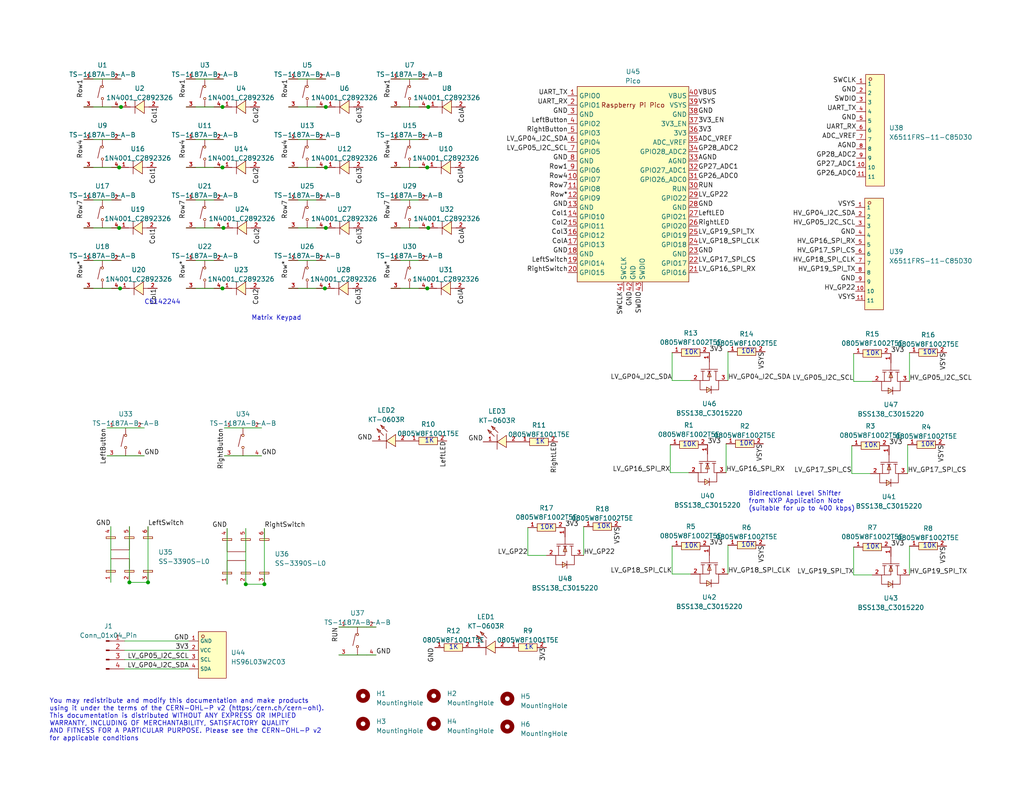
<source format=kicad_sch>
(kicad_sch (version 20230121) (generator eeschema)
  (paper "USLetter")
  (title_block (title "Cow Pi") (date "2023-09-29") (rev "mk4b") (comment 1 "This source describes Open Hardware and is licensed under the CERN-OHLP v2.") (comment 2 "Copyright (c) 2023 Christopher A. Bohn") (comment 3 "Display Module: I2C-controlled pre-packaged SSD13xx 128x64 OLED graphic display") (comment 4 "Microcontroller: Raspberry Pi Pico -- ADC/SWD/UART at 3.3V; other pins boosted to 5V"))
  (lib_symbols
    (symbol "0805W8F1001T5E:0805W8F1001T5E" (pin_names hide)
      (property "Reference" "R" (at 0 1.27 0))
      (property "Value" "0805W8F1001T5E" (at 0 -2.54 0))
      (symbol "0805W8F1001T5E_0_1"
        (pin input line (at -5.08 0 0) (length 2.54) (name "1") (number "1"))
        (pin input line (at 5.08 0 180) (length 2.54) (name "2") (number "2"))
      )
    )
    (symbol "0805W8F1002T5E:0805W8F1002T5E" (pin_names hide)
      (property "Reference" "R" (at 0 1.27 0))
      (property "Value" "0805W8F1002T5E" (at 0 -2.54 0))
      (symbol "0805W8F1002T5E_0_1"
        (pin input line (at -5.08 0 0) (length 2.54) (name "1") (number "1"))
        (pin input line (at 5.08 0 180) (length 2.54) (name "2") (number "2"))
      )
    )
    (symbol "1N4001_C2892326:1N4001_C2892326" (pin_names hide)
      (property "Reference" "U" (at 0 1.27 0))
      (property "Value" "1N4001_C2892326" (at 0 -2.54 0))
      (symbol "1N4001_C2892326_0_1"
        (pin unspecified line (at -5.08 0 0) (length 2.54) (name "K") (number "1"))
        (pin unspecified line (at 5.08 0 180) (length 2.54) (name "A") (number "2"))
      )
    )
    (symbol "BSS138_C3015220:BSS138_C3015220" (pin_names hide)
      (property "Reference" "U" (at 0 1.27 0))
      (property "Value" "BSS138_C3015220" (at 0 -2.54 0))
      (symbol "BSS138_C3015220_0_1"
        (pin unspecified line (at -7.62 0 0) (length 2.54) (name "G") (number "1"))
        (pin unspecified line (at 0 -5.08 90) (length 2.54) (name "S") (number "2"))
        (pin unspecified line (at 0 5.08 270) (length 2.54) (name "D") (number "3"))
      )
    )
    (symbol "Connector:Conn_01x04_Pin" (pin_names (offset 1.016) hide)
      (property "Reference" "J" (at 0 5.08 0))
      (property "Value" "Conn_01x04_Pin" (at 0 -7.62 0))
      (symbol "Conn_01x04_Pin_1_1"
        (pin passive line (at 5.08 2.54 180) (length 3.81) (name "Pin_1") (number "1"))
        (pin passive line (at 5.08 0 180) (length 3.81) (name "Pin_2") (number "2"))
        (pin passive line (at 5.08 -2.54 180) (length 3.81) (name "Pin_3") (number "3"))
        (pin passive line (at 5.08 -5.08 180) (length 3.81) (name "Pin_4") (number "4"))
      )
    )
    (symbol "HS96L03W2C03:HS96L03W2C03"
      (property "Reference" "U" (at 0 1.27 0))
      (property "Value" "HS96L03W2C03" (at 0 -2.54 0))
      (symbol "HS96L03W2C03_0_1"
        (pin unspecified line (at -6.35 3.81 0) (length 2.54) (name "GND") (number "1"))
        (pin unspecified line (at -6.35 1.27 0) (length 2.54) (name "VCC") (number "2"))
        (pin unspecified line (at -6.35 -1.27 0) (length 2.54) (name "SCL") (number "3"))
        (pin unspecified line (at -6.35 -3.81 0) (length 2.54) (name "SDA") (number "4"))
      )
    )
    (symbol "KT-0603R:KT-0603R" (pin_names hide)
      (property "Reference" "LED" (at 0 1.27 0))
      (property "Value" "KT-0603R" (at 0 -2.54 0))
      (symbol "KT-0603R_0_1"
        (pin unspecified line (at -5.08 0 0) (length 3.81) (name "K") (number "1"))
        (pin unspecified line (at 5.08 0 180) (length 3.81) (name "A") (number "2"))
      )
    )
    (symbol "MCU_RaspberryPi_and_Boards:Pico"
      (property "Reference" "U" (at -13.97 27.94 0))
      (property "Value" "Pico" (at 0 19.05 0))
      (symbol "Pico_0_0"
        (text "Raspberry Pi Pico" (at 0 21.59 0) (effects (font (size 1.27 1.27))))
      )
      (symbol "Pico_1_1"
        (pin bidirectional line (at -17.78 24.13 0) (length 2.54) (name "GPIO0") (number "1"))
        (pin bidirectional line (at -17.78 1.27 0) (length 2.54) (name "GPIO7") (number "10"))
        (pin bidirectional line (at -17.78 -1.27 0) (length 2.54) (name "GPIO8") (number "11"))
        (pin bidirectional line (at -17.78 -3.81 0) (length 2.54) (name "GPIO9") (number "12"))
        (pin power_in line (at -17.78 -6.35 0) (length 2.54) (name "GND") (number "13"))
        (pin bidirectional line (at -17.78 -8.89 0) (length 2.54) (name "GPIO10") (number "14"))
        (pin bidirectional line (at -17.78 -11.43 0) (length 2.54) (name "GPIO11") (number "15"))
        (pin bidirectional line (at -17.78 -13.97 0) (length 2.54) (name "GPIO12") (number "16"))
        (pin bidirectional line (at -17.78 -16.51 0) (length 2.54) (name "GPIO13") (number "17"))
        (pin power_in line (at -17.78 -19.05 0) (length 2.54) (name "GND") (number "18"))
        (pin bidirectional line (at -17.78 -21.59 0) (length 2.54) (name "GPIO14") (number "19"))
        (pin bidirectional line (at -17.78 21.59 0) (length 2.54) (name "GPIO1") (number "2"))
        (pin bidirectional line (at -17.78 -24.13 0) (length 2.54) (name "GPIO15") (number "20"))
        (pin bidirectional line (at 17.78 -24.13 180) (length 2.54) (name "GPIO16") (number "21"))
        (pin bidirectional line (at 17.78 -21.59 180) (length 2.54) (name "GPIO17") (number "22"))
        (pin power_in line (at 17.78 -19.05 180) (length 2.54) (name "GND") (number "23"))
        (pin bidirectional line (at 17.78 -16.51 180) (length 2.54) (name "GPIO18") (number "24"))
        (pin bidirectional line (at 17.78 -13.97 180) (length 2.54) (name "GPIO19") (number "25"))
        (pin bidirectional line (at 17.78 -11.43 180) (length 2.54) (name "GPIO20") (number "26"))
        (pin bidirectional line (at 17.78 -8.89 180) (length 2.54) (name "GPIO21") (number "27"))
        (pin power_in line (at 17.78 -6.35 180) (length 2.54) (name "GND") (number "28"))
        (pin bidirectional line (at 17.78 -3.81 180) (length 2.54) (name "GPIO22") (number "29"))
        (pin power_in line (at -17.78 19.05 0) (length 2.54) (name "GND") (number "3"))
        (pin input line (at 17.78 -1.27 180) (length 2.54) (name "RUN") (number "30"))
        (pin bidirectional line (at 17.78 1.27 180) (length 2.54) (name "GPIO26_ADC0") (number "31"))
        (pin bidirectional line (at 17.78 3.81 180) (length 2.54) (name "GPIO27_ADC1") (number "32"))
        (pin power_in line (at 17.78 6.35 180) (length 2.54) (name "AGND") (number "33"))
        (pin bidirectional line (at 17.78 8.89 180) (length 2.54) (name "GPIO28_ADC2") (number "34"))
        (pin power_in line (at 17.78 11.43 180) (length 2.54) (name "ADC_VREF") (number "35"))
        (pin power_in line (at 17.78 13.97 180) (length 2.54) (name "3V3") (number "36"))
        (pin input line (at 17.78 16.51 180) (length 2.54) (name "3V3_EN") (number "37"))
        (pin bidirectional line (at 17.78 19.05 180) (length 2.54) (name "GND") (number "38"))
        (pin power_in line (at 17.78 21.59 180) (length 2.54) (name "VSYS") (number "39"))
        (pin bidirectional line (at -17.78 16.51 0) (length 2.54) (name "GPIO2") (number "4"))
        (pin power_in line (at 17.78 24.13 180) (length 2.54) (name "VBUS") (number "40"))
        (pin input line (at -2.54 -29.21 90) (length 2.54) (name "SWCLK") (number "41"))
        (pin power_in line (at 0 -29.21 90) (length 2.54) (name "GND") (number "42"))
        (pin bidirectional line (at 2.54 -29.21 90) (length 2.54) (name "SWDIO") (number "43"))
        (pin bidirectional line (at -17.78 13.97 0) (length 2.54) (name "GPIO3") (number "5"))
        (pin bidirectional line (at -17.78 11.43 0) (length 2.54) (name "GPIO4") (number "6"))
        (pin bidirectional line (at -17.78 8.89 0) (length 2.54) (name "GPIO5") (number "7"))
        (pin power_in line (at -17.78 6.35 0) (length 2.54) (name "GND") (number "8"))
        (pin bidirectional line (at -17.78 3.81 0) (length 2.54) (name "GPIO6") (number "9"))
      )
    )
    (symbol "Mechanical:MountingHole" (pin_names (offset 1.016))
      (property "Reference" "H" (at 0 5.08 0))
      (property "Value" "MountingHole" (at 0 3.175 0))
    )
    (symbol "SS-3390S-L0:SS-3390S-L0" (pin_names hide)
      (property "Reference" "U" (at 0 1.27 0))
      (property "Value" "SS-3390S-L0" (at 0 -2.54 0))
      (symbol "SS-3390S-L0_0_1"
        (pin unspecified line (at -5.08 -7.62 90) (length 2.54) (name "1") (number "1"))
        (pin unspecified line (at 0 -7.62 90) (length 2.54) (name "2") (number "2"))
        (pin unspecified line (at 5.08 -7.62 90) (length 2.54) (name "3") (number "3"))
        (pin unspecified line (at -5.08 7.62 270) (length 2.54) (name "4") (number "4"))
        (pin unspecified line (at 0 7.62 270) (length 2.54) (name "5") (number "5"))
        (pin unspecified line (at 5.08 7.62 270) (length 2.54) (name "6") (number "6"))
      )
    )
    (symbol "TS-1187A-B-A-B:TS-1187A-B-A-B" (pin_names hide)
      (property "Reference" "U" (at 0 1.27 0))
      (property "Value" "TS-1187A-B-A-B" (at 0 -2.54 0))
      (symbol "TS-1187A-B-A-B_0_1"
        (pin unspecified line (at -5.08 2.54 0) (length 2.54) (name "A") (number "1"))
        (pin unspecified line (at 5.08 2.54 180) (length 2.54) (name "B") (number "2"))
        (pin unspecified line (at -5.08 -5.08 0) (length 2.54) (name "C") (number "3"))
        (pin unspecified line (at 5.08 -5.08 180) (length 2.54) (name "D") (number "4"))
      )
    )
    (symbol "X6511FRS-11-C85D30:X6511FRS-11-C85D30"
      (property "Reference" "U" (at 0 1.27 0))
      (property "Value" "X6511FRS-11-C85D30" (at 0 -2.54 0))
      (symbol "X6511FRS-11-C85D30_0_1"
        (pin unspecified line (at -5.08 12.7 0) (length 2.54) (name "1") (number "1"))
        (pin unspecified line (at -5.08 -10.16 0) (length 2.54) (name "10") (number "10"))
        (pin unspecified line (at -5.08 -12.7 0) (length 2.54) (name "11") (number "11"))
        (pin unspecified line (at -5.08 10.16 0) (length 2.54) (name "2") (number "2"))
        (pin unspecified line (at -5.08 7.62 0) (length 2.54) (name "3") (number "3"))
        (pin unspecified line (at -5.08 5.08 0) (length 2.54) (name "4") (number "4"))
        (pin unspecified line (at -5.08 2.54 0) (length 2.54) (name "5") (number "5"))
        (pin unspecified line (at -5.08 0 0) (length 2.54) (name "6") (number "6"))
        (pin unspecified line (at -5.08 -2.54 0) (length 2.54) (name "7") (number "7"))
        (pin unspecified line (at -5.08 -5.08 0) (length 2.54) (name "8") (number "8"))
        (pin unspecified line (at -5.08 -7.62 0) (length 2.54) (name "9") (number "9"))
      )
    )
  )
  (junction (at 33.02 29.21))
  (junction (at 116.586 45.72))
  (junction (at 60.706 45.72))
  (junction (at 116.586 78.74))
  (junction (at 60.706 78.74))
  (junction (at 32.512 45.72))
  (junction (at 35.306 159.004))
  (junction (at 88.9 62.23))
  (junction (at 67.056 159.512))
  (junction (at 32.512 62.23))
  (junction (at 72.136 159.512))
  (junction (at 60.96 62.23))
  (junction (at 116.84 29.21))
  (junction (at 60.706 29.21))
  (junction (at 32.766 78.74))
  (junction (at 88.9 29.21))
  (junction (at 116.84 62.23))
  (junction (at 88.9 45.72))
  (junction (at 40.386 159.004))
  (junction (at 88.646 78.74))
  (wire (pts (xy 144.018 144.018) (xy 144.018 151.638)))
  (wire (pts (xy 88.646 78.74) (xy 88.9 78.74)))
  (wire (pts (xy 187.96 129.032) (xy 182.88 129.032)))
  (wire (pts (xy 237.998 156.972) (xy 232.918 156.972)))
  (wire (pts (xy 106.68 62.23) (xy 116.84 62.23)))
  (wire (pts (xy 29.21 116.84) (xy 39.37 116.84)))
  (wire (pts (xy 35.306 143.764) (xy 35.306 159.004)))
  (wire (pts (xy 50.8 62.23) (xy 60.96 62.23)))
  (wire (pts (xy 67.056 159.512) (xy 72.136 159.512)))
  (wire (pts (xy 92.456 178.816) (xy 102.616 178.816)))
  (wire (pts (xy 22.86 21.59) (xy 33.02 21.59)))
  (wire (pts (xy 237.49 129.286) (xy 232.41 129.286)))
  (wire (pts (xy 61.976 144.272) (xy 61.976 159.512)))
  (wire (pts (xy 35.306 159.004) (xy 40.386 159.004)))
  (wire (pts (xy 106.68 45.72) (xy 116.586 45.72)))
  (wire (pts (xy 29.21 124.46) (xy 39.37 124.46)))
  (wire (pts (xy 232.41 121.666) (xy 232.41 129.286)))
  (wire (pts (xy 30.226 143.764) (xy 30.226 159.004)))
  (wire (pts (xy 106.68 29.21) (xy 116.84 29.21)))
  (wire (pts (xy 106.68 71.12) (xy 116.84 71.12)))
  (wire (pts (xy 188.468 103.886) (xy 183.388 103.886)))
  (wire (pts (xy 232.918 149.352) (xy 232.918 156.972)))
  (wire (pts (xy 78.74 29.21) (xy 88.9 29.21)))
  (wire (pts (xy 92.456 171.196) (xy 102.616 171.196)))
  (wire (pts (xy 67.056 144.272) (xy 67.056 159.512)))
  (wire (pts (xy 34.036 175.006) (xy 51.562 175.006)))
  (wire (pts (xy 183.388 96.266) (xy 183.388 103.886)))
  (wire (pts (xy 32.512 62.23) (xy 33.02 62.23)))
  (wire (pts (xy 183.388 149.098) (xy 183.388 156.718)))
  (wire (pts (xy 22.86 29.21) (xy 33.02 29.21)))
  (wire (pts (xy 116.586 45.72) (xy 116.84 45.72)))
  (wire (pts (xy 60.706 45.72) (xy 60.96 45.72)))
  (wire (pts (xy 78.74 71.12) (xy 88.9 71.12)))
  (wire (pts (xy 188.468 156.718) (xy 183.388 156.718)))
  (wire (pts (xy 106.68 38.1) (xy 116.84 38.1)))
  (wire (pts (xy 22.86 54.61) (xy 33.02 54.61)))
  (wire (pts (xy 198.628 148.844) (xy 198.628 156.718)))
  (wire (pts (xy 78.74 38.1) (xy 88.9 38.1)))
  (wire (pts (xy 34.036 180.086) (xy 51.562 180.086)))
  (wire (pts (xy 22.86 62.23) (xy 32.512 62.23)))
  (wire (pts (xy 50.8 78.74) (xy 60.706 78.74)))
  (wire (pts (xy 50.8 21.59) (xy 60.96 21.59)))
  (wire (pts (xy 61.214 116.84) (xy 71.374 116.84)))
  (wire (pts (xy 40.386 143.764) (xy 40.386 159.004)))
  (wire (pts (xy 78.74 45.72) (xy 88.9 45.72)))
  (wire (pts (xy 106.68 21.59) (xy 116.84 21.59)))
  (wire (pts (xy 106.68 54.61) (xy 116.84 54.61)))
  (wire (pts (xy 247.65 121.412) (xy 247.65 129.286)))
  (wire (pts (xy 22.86 71.12) (xy 33.02 71.12)))
  (wire (pts (xy 248.158 96.266) (xy 248.158 104.14)))
  (wire (pts (xy 149.098 151.638) (xy 144.018 151.638)))
  (wire (pts (xy 116.586 78.74) (xy 116.84 78.74)))
  (wire (pts (xy 60.706 78.74) (xy 60.96 78.74)))
  (wire (pts (xy 32.512 45.72) (xy 33.02 45.72)))
  (wire (pts (xy 78.74 62.23) (xy 88.9 62.23)))
  (wire (pts (xy 182.88 121.412) (xy 182.88 129.032)))
  (wire (pts (xy 50.8 45.72) (xy 60.706 45.72)))
  (wire (pts (xy 198.628 96.012) (xy 198.628 103.886)))
  (wire (pts (xy 22.86 38.1) (xy 33.02 38.1)))
  (wire (pts (xy 50.8 71.12) (xy 60.96 71.12)))
  (wire (pts (xy 22.86 78.74) (xy 32.766 78.74)))
  (wire (pts (xy 22.86 45.72) (xy 32.512 45.72)))
  (wire (pts (xy 159.258 143.764) (xy 159.258 151.638)))
  (wire (pts (xy 78.74 54.61) (xy 88.9 54.61)))
  (wire (pts (xy 34.036 177.546) (xy 51.562 177.546)))
  (wire (pts (xy 34.036 182.626) (xy 51.562 182.626)))
  (wire (pts (xy 61.214 124.46) (xy 71.374 124.46)))
  (wire (pts (xy 50.8 29.21) (xy 60.706 29.21)))
  (wire (pts (xy 198.12 121.158) (xy 198.12 129.032)))
  (wire (pts (xy 60.706 29.21) (xy 60.96 29.21)))
  (wire (pts (xy 106.68 78.74) (xy 116.586 78.74)))
  (wire (pts (xy 248.158 149.098) (xy 248.158 156.972)))
  (wire (pts (xy 78.74 21.59) (xy 88.9 21.59)))
  (wire (pts (xy 50.8 38.1) (xy 60.96 38.1)))
  (wire (pts (xy 50.8 54.61) (xy 60.96 54.61)))
  (wire (pts (xy 78.74 78.74) (xy 88.646 78.74)))
  (wire (pts (xy 232.918 96.52) (xy 232.918 104.14)))
  (wire (pts (xy 72.136 144.272) (xy 72.136 159.512)))
  (wire (pts (xy 237.998 104.14) (xy 232.918 104.14)))
  (wire (pts (xy 32.766 78.74) (xy 33.02 78.74)))
  (text "10K" (at 186.69 149.86 0) (effects (font (size 1.27 1.27)) (justify left bottom)))
  (text "10K" (at 162.814 144.526 0) (effects (font (size 1.27 1.27)) (justify left bottom)))
  (text "10K" (at 202.184 149.606 0) (effects (font (size 1.27 1.27)) (justify left bottom)))
  (text "10K" (at 147.32 144.78 0) (effects (font (size 1.27 1.27)) (justify left bottom)))
  (text "You may redistribute and modify this documentation and make products\nusing it under the terms of the CERN-OHL-P v2 (https:/cern.ch/cern-ohl).\nThis documentation is distributed WITHOUT ANY EXPRESS OR IMPLIED\nWARRANTY, INCLUDING OF MERCHANTABILITY, SATISFACTORY QUALITY\nAND FITNESS FOR A PARTICULAR PURPOSE. Please see the CERN-OHL-P v2\nfor applicable conditions" (at 13.462 202.438 0) (effects (font (size 1.27 1.27)) (justify left bottom)))
  (text "10K" (at 236.22 97.282 0) (effects (font (size 1.27 1.27)) (justify left bottom)))
  (text "10K" (at 186.69 97.028 0) (effects (font (size 1.27 1.27)) (justify left bottom)))
  (text "10K" (at 202.184 96.774 0) (effects (font (size 1.27 1.27)) (justify left bottom)))
  (text "C5142244" (at 39.37 83.312 0) (effects (font (size 1.27 1.27)) (justify left bottom)))
  (text "10K" (at 251.206 122.174 0) (effects (font (size 1.27 1.27)) (justify left bottom)))
  (text "10K" (at 186.182 122.174 0) (effects (font (size 1.27 1.27)) (justify left bottom)))
  (text "10K" (at 201.676 121.92 0) (effects (font (size 1.27 1.27)) (justify left bottom)))
  (text "1K" (at 143.002 177.546 0) (effects (font (size 1.27 1.27)) (justify left bottom)))
  (text "10K" (at 236.22 150.114 0) (effects (font (size 1.27 1.27)) (justify left bottom)))
  (text "10K" (at 251.714 149.86 0) (effects (font (size 1.27 1.27)) (justify left bottom)))
  (text "1K" (at 115.824 121.158 0) (effects (font (size 1.27 1.27)) (justify left bottom)))
  (text "1K" (at 122.428 177.546 0) (effects (font (size 1.27 1.27)) (justify left bottom)))
  (text "10K" (at 251.714 97.028 0) (effects (font (size 1.27 1.27)) (justify left bottom)))
  (text "Bidirectional Level Shifter\nfrom NXP Application Note\n(suitable for up to 400 kbps)" (at 204.216 139.7 0) (effects (font (size 1.27 1.27)) (justify left bottom)))
  (text "Matrix Keypad" (at 68.58 87.63 0) (effects (font (size 1.27 1.27)) (justify left bottom)))
  (text "1K" (at 146.05 121.412 0) (effects (font (size 1.27 1.27)) (justify left bottom)))
  (text "10K" (at 235.712 122.428 0) (effects (font (size 1.27 1.27)) (justify left bottom)))
  (label "GP26_ADC0" (at 233.68 48.26 180))
  (label "Row1" (at 22.86 21.59 270))
  (label "LeftLED" (at 121.92 120.396 270))
  (label "Row1" (at 154.94 46.482 180))
  (label "Row1" (at 78.74 21.59 270))
  (label "RUN" (at 190.5 51.562 0))
  (label "GND" (at 101.6 120.396 180))
  (label "GND" (at 190.5 69.342 0))
  (label "RightSwitch" (at 154.94 74.422 180))
  (label "HV_GP22" (at 233.426 79.502 180))
  (label "LeftLED" (at 190.5 59.182 0))
  (label "3V3_EN" (at 190.5 33.782 0))
  (label "RightLED" (at 190.5 61.722 0))
  (label "Row1" (at 50.8 21.59 270))
  (label "Row7" (at 22.86 54.61 270))
  (label "HV_GP18_SPI_CLK" (at 233.426 71.882 180))
  (label "GND" (at 172.72 79.502 270))
  (label "UART_RX" (at 154.94 28.702 180))
  (label "ADC_VREF" (at 233.68 38.1 180))
  (label "ColA" (at 126.746 78.74 270))
  (label "LV_GP19_SPI_TX" (at 232.918 156.972 180))
  (label "Row7" (at 78.74 54.61 270))
  (label "VBUS" (at 190.5 26.162 0))
  (label "LV_GP05_I2C_SCL" (at 232.918 104.14 180))
  (label "GP27_ADC1" (at 233.68 45.72 180))
  (label "SWDIO" (at 233.68 27.94 180))
  (label "HV_GP04_I2C_SDA" (at 233.426 59.182 180))
  (label "GP27_ADC1" (at 190.5 46.482 0))
  (label "Col1" (at 42.672 62.23 270))
  (label "GND" (at 102.616 178.816 0))
  (label "RUN" (at 92.456 171.196 270))
  (label "Row*" (at 78.74 71.12 270))
  (label "HV_GP17_SPI_CS" (at 233.426 69.342 180))
  (label "LeftButton" (at 154.94 33.782 180))
  (label "LV_GP04_I2C_SDA" (at 183.388 103.886 180))
  (label "Col1" (at 42.672 45.72 270))
  (label "GND" (at 233.426 76.962 180))
  (label "VSYS" (at 258.318 96.266 270))
  (label "UART_RX" (at 233.68 35.56 180))
  (label "HV_GP22" (at 159.258 151.638 0))
  (label "Row4" (at 50.8 38.1 270))
  (label "SWCLK" (at 170.18 79.502 270))
  (label "RightButton" (at 154.94 36.322 180))
  (label "GND" (at 154.94 69.342 180))
  (label "3V3" (at 243.078 96.52 0))
  (label "3V3" (at 51.562 177.546 180))
  (label "HV_GP16_SPI_RX" (at 198.12 129.032 0))
  (label "HV_GP18_SPI_CLK" (at 198.628 156.718 0))
  (label "Row*" (at 154.94 54.102 180))
  (label "HV_GP04_I2C_SDA" (at 198.628 103.886 0))
  (label "GND" (at 71.374 124.46 0))
  (label "Row*" (at 106.68 71.12 270))
  (label "3V3" (at 149.098 176.784 270))
  (label "Row*" (at 50.8 71.12 270))
  (label "VSYS" (at 208.788 148.844 270))
  (label "Col2" (at 71.12 62.23 270))
  (label "LV_GP05_I2C_SCL" (at 154.94 41.402 180))
  (label "ADC_VREF" (at 190.5 38.862 0))
  (label "RightLED" (at 152.146 120.65 270))
  (label "Col2" (at 154.94 61.722 180))
  (label "SWCLK" (at 233.68 22.86 180))
  (label "3V3" (at 193.548 96.266 0))
  (label "Col2" (at 70.866 29.21 270))
  (label "Row7" (at 50.8 54.61 270))
  (label "ColA" (at 127 29.21 270))
  (label "LV_GP17_SPI_CS" (at 232.41 129.286 180))
  (label "Col3" (at 154.94 64.262 180))
  (label "GND" (at 233.68 25.4 180))
  (label "UART_TX" (at 233.68 30.48 180))
  (label "Row4" (at 106.68 38.1 270))
  (label "Row4" (at 78.74 38.1 270))
  (label "Row1" (at 106.68 21.59 270))
  (label "VSYS" (at 208.788 96.012 270))
  (label "Col1" (at 42.926 78.74 270))
  (label "LeftButton" (at 29.21 116.84 270))
  (label "VSYS" (at 208.28 121.158 270))
  (label "3V3" (at 190.5 36.322 0))
  (label "HV_GP16_SPI_RX" (at 233.426 66.802 180))
  (label "GND" (at 131.826 120.65 180))
  (label "GND" (at 154.94 31.242 180))
  (label "Row7" (at 154.94 51.562 180))
  (label "LV_GP04_I2C_SDA" (at 51.562 182.626 180))
  (label "SWDIO" (at 175.26 79.502 270))
  (label "3V3" (at 243.078 149.352 0))
  (label "GND" (at 39.37 124.46 0))
  (label "LeftSwitch" (at 40.386 143.764 0))
  (label "UART_TX" (at 154.94 26.162 180))
  (label "HV_GP19_SPI_TX" (at 248.158 156.972 0))
  (label "GND" (at 154.94 56.642 180))
  (label "RightButton" (at 61.214 116.84 270))
  (label "Col3" (at 99.06 45.72 270))
  (label "GND" (at 190.5 56.642 0))
  (label "LV_GP16_SPI_RX" (at 190.5 74.422 0))
  (label "AGND" (at 190.5 43.942 0))
  (label "HV_GP05_I2C_SCL" (at 248.158 104.14 0))
  (label "VSYS" (at 169.418 143.764 270))
  (label "Col3" (at 99.06 29.21 270))
  (label "VSYS" (at 233.426 82.042 180))
  (label "LV_GP18_SPI_CLK" (at 190.5 66.802 0))
  (label "Row*" (at 22.86 71.12 270))
  (label "GND" (at 118.618 176.784 270))
  (label "Col2" (at 70.866 78.74 270))
  (label "GND" (at 154.94 43.942 180))
  (label "3V3" (at 242.57 121.666 0))
  (label "Row7" (at 106.68 54.61 270))
  (label "ColA" (at 154.94 66.802 180))
  (label "Col1" (at 154.94 59.182 180))
  (label "LV_GP18_SPI_CLK" (at 183.388 156.718 180))
  (label "HV_GP19_SPI_TX" (at 233.426 74.422 180))
  (label "VSYS" (at 233.426 56.642 180))
  (label "GND" (at 190.5 31.242 0))
  (label "LeftSwitch" (at 154.94 71.882 180))
  (label "VSYS" (at 258.318 149.098 270))
  (label "GND" (at 30.226 143.764 180))
  (label "GP28_ADC2" (at 190.5 41.402 0))
  (label "GP26_ADC0" (at 190.5 49.022 0))
  (label "Col1" (at 43.18 29.21 270))
  (label "3V3" (at 154.178 144.018 0))
  (label "GND" (at 233.426 64.262 180))
  (label "LV_GP04_I2C_SDA" (at 154.94 38.862 180))
  (label "VSYS" (at 257.81 121.412 270))
  (label "ColA" (at 127 62.23 270))
  (label "3V3" (at 193.548 149.098 0))
  (label "GP28_ADC2" (at 233.68 43.18 180))
  (label "RightSwitch" (at 72.136 144.272 0))
  (label "HV_GP17_SPI_CS" (at 247.65 129.286 0))
  (label "Col3" (at 99.06 62.23 270))
  (label "3V3" (at 193.04 121.412 0))
  (label "LV_GP22" (at 144.018 151.638 180))
  (label "VSYS" (at 190.5 28.702 0))
  (label "Col2" (at 70.866 45.72 270))
  (label "LV_GP16_SPI_RX" (at 182.88 129.032 180))
  (label "LV_GP22" (at 190.5 54.102 0))
  (label "Row4" (at 22.86 38.1 270))
  (label "Row4" (at 154.94 49.022 180))
  (label "HV_GP05_I2C_SCL" (at 233.426 61.722 180))
  (label "AGND" (at 233.68 40.64 180))
  (label "LV_GP05_I2C_SCL" (at 51.562 180.086 180))
  (label "Col3" (at 98.806 78.74 270))
  (label "ColA" (at 126.746 45.72 270))
  (label "GND" (at 61.976 144.272 180))
  (label "LV_GP17_SPI_CS" (at 190.5 71.882 0))
  (label "LV_GP19_SPI_TX" (at 190.5 64.262 0))
  (label "GND" (at 233.68 33.02 180))
  (label "GND" (at 51.562 175.006 180))
  (symbol (lib_id "BSS138_C3015220:BSS138_C3015220") (at 193.548 103.886 270) (unit 1)
    (property "Reference" "U46" (at 193.548 110.236 90))
    (property "Value" "BSS138_C3015220" (at 193.548 112.776 90))
    (property "Footprint" "footprint:SOT-23-3_L2.9-W1.3-P1.90-LS2.4-BR-1" (effects hide))
    (property "Datasheet" "https://www.diodes.com/assets/Package-Files/SOT23.pdf" (effects hide))
    (property "LCSC" "C3015220" (effects hide))
  )
  (symbol (lib_id "BSS138_C3015220:BSS138_C3015220") (at 193.04 129.032 270) (unit 1)
    (property "Reference" "U40" (at 193.04 135.382 90))
    (property "Value" "BSS138_C3015220" (at 193.04 137.922 90))
    (property "Footprint" "footprint:SOT-23-3_L2.9-W1.3-P1.90-LS2.4-BR-1" (effects hide))
    (property "Datasheet" "https://www.diodes.com/assets/Package-Files/SOT23.pdf" (effects hide))
    (property "LCSC" "C3015220" (effects hide))
  )
  (symbol (lib_id "1N4001_C2892326:1N4001_C2892326") (at 65.786 29.21 0) (unit 1)
    (property "Reference" "U4" (at 65.786 24.13 0))
    (property "Value" "1N4001_C2892326" (at 65.786 26.67 0))
    (property "Footprint" "footprint:SOD-123FL_L2.8-W1.8-LS3.7-RD" (effects hide))
    (property "Datasheet" "https://atta.szlcsc.com/upload/public/pdf/source/20200828/C727068_03908989ABFAACA97C2BC5AF2D6316E6.pdf" (effects hide))
    (property "LCSC" "C2892326" (effects hide))
  )
  (symbol (lib_id "0805W8F1002T5E:0805W8F1002T5E") (at 253.238 96.266 0) (unit 1)
    (property "Reference" "R16" (at 253.238 91.44 0))
    (property "Value" "0805W8F1002T5E" (at 253.238 93.98 0))
    (property "Footprint" "footprint:R0805" (effects hide))
    (property "Datasheet" "https://item.szlcsc.com/142685.html" (effects hide))
    (property "LCSC" "C17414" (effects hide))
  )
  (symbol (lib_id "0805W8F1002T5E:0805W8F1002T5E") (at 203.2 121.158 0) (unit 1)
    (property "Reference" "R2" (at 203.2 116.332 0))
    (property "Value" "0805W8F1002T5E" (at 203.2 118.872 0))
    (property "Footprint" "footprint:R0805" (effects hide))
    (property "Datasheet" "https://item.szlcsc.com/142685.html" (effects hide))
    (property "LCSC" "C17414" (effects hide))
  )
  (symbol (lib_id "TS-1187A-B-A-B:TS-1187A-B-A-B") (at 111.76 40.64 0) (unit 1)
    (property "Reference" "U15" (at 111.76 34.29 0))
    (property "Value" "TS-1187A-B-A-B" (at 111.76 36.83 0))
    (property "Footprint" "footprint:SW-SMD_4P-L5.1-W5.1-P3.70-LS6.5-TL-2" (effects hide))
    (property "Datasheet" "https://item.szlcsc.com/300285.html" (effects hide))
    (property "LCSC" "C318884" (effects hide))
  )
  (symbol (lib_id "1N4001_C2892326:1N4001_C2892326") (at 37.592 45.72 0) (unit 1)
    (property "Reference" "U16" (at 37.592 40.64 0))
    (property "Value" "1N4001_C2892326" (at 37.592 43.18 0))
    (property "Footprint" "footprint:SOD-123FL_L2.8-W1.8-LS3.7-RD" (effects hide))
    (property "Datasheet" "https://atta.szlcsc.com/upload/public/pdf/source/20200828/C727068_03908989ABFAACA97C2BC5AF2D6316E6.pdf" (effects hide))
    (property "LCSC" "C2892326" (effects hide))
  )
  (symbol (lib_id "0805W8F1002T5E:0805W8F1002T5E") (at 203.708 148.844 0) (unit 1)
    (property "Reference" "R6" (at 203.708 144.018 0))
    (property "Value" "0805W8F1002T5E" (at 203.708 146.558 0))
    (property "Footprint" "footprint:R0805" (effects hide))
    (property "Datasheet" "https://item.szlcsc.com/142685.html" (effects hide))
    (property "LCSC" "C17414" (effects hide))
  )
  (symbol (lib_id "0805W8F1002T5E:0805W8F1002T5E") (at 203.708 96.012 0) (unit 1)
    (property "Reference" "R14" (at 203.708 91.186 0))
    (property "Value" "0805W8F1002T5E" (at 203.708 93.726 0))
    (property "Footprint" "footprint:R0805" (effects hide))
    (property "Datasheet" "https://item.szlcsc.com/142685.html" (effects hide))
    (property "LCSC" "C17414" (effects hide))
  )
  (symbol (lib_id "0805W8F1002T5E:0805W8F1002T5E") (at 188.468 149.098 0) (unit 1)
    (property "Reference" "R5" (at 188.468 143.764 0))
    (property "Value" "0805W8F1002T5E" (at 188.468 146.304 0))
    (property "Footprint" "footprint:R0805" (effects hide))
    (property "Datasheet" "https://item.szlcsc.com/142685.html" (effects hide))
    (property "LCSC" "C17414" (effects hide))
  )
  (symbol (lib_id "TS-1187A-B-A-B:TS-1187A-B-A-B") (at 34.29 119.38 0) (unit 1)
    (property "Reference" "U33" (at 34.29 113.03 0))
    (property "Value" "TS-1187A-B-A-B" (at 34.29 115.57 0))
    (property "Footprint" "footprint:SW-SMD_4P-L5.1-W5.1-P3.70-LS6.5-TL-2" (effects hide))
    (property "Datasheet" "https://item.szlcsc.com/300285.html" (effects hide))
    (property "LCSC" "C318884" (effects hide))
  )
  (symbol (lib_id "X6511FRS-11-C85D30:X6511FRS-11-C85D30") (at 238.76 35.56 0) (unit 1)
    (property "Reference" "U38" (at 242.57 34.925 0) (effects (justify left)))
    (property "Value" "X6511FRS-11-C85D30" (at 242.57 37.465 0) (effects (justify left)))
    (property "Footprint" "footprint:HDR-SMD_11P-P2.54-H-F-L11.5" (effects hide))
    (property "Datasheet" "https://atta.szlcsc.com/upload/public/pdf/source/20220822/AB9A82E80C220285963E5EFA3BFD32FF.pdf" (effects hide))
    (property "LCSC" "C5142244" (effects hide))
  )
  (symbol (lib_id "BSS138_C3015220:BSS138_C3015220") (at 193.548 156.718 270) (unit 1)
    (property "Reference" "U42" (at 193.548 163.068 90))
    (property "Value" "BSS138_C3015220" (at 193.548 165.608 90))
    (property "Footprint" "footprint:SOT-23-3_L2.9-W1.3-P1.90-LS2.4-BR-1" (effects hide))
    (property "Datasheet" "https://www.diodes.com/assets/Package-Files/SOT23.pdf" (effects hide))
    (property "LCSC" "C3015220" (effects hide))
  )
  (symbol (lib_id "BSS138_C3015220:BSS138_C3015220") (at 243.078 104.14 270) (unit 1)
    (property "Reference" "U47" (at 243.078 110.49 90))
    (property "Value" "BSS138_C3015220" (at 243.078 113.03 90))
    (property "Footprint" "footprint:SOT-23-3_L2.9-W1.3-P1.90-LS2.4-BR-1" (effects hide))
    (property "Datasheet" "https://www.diodes.com/assets/Package-Files/SOT23.pdf" (effects hide))
    (property "LCSC" "C3015220" (effects hide))
  )
  (symbol (lib_id "0805W8F1002T5E:0805W8F1002T5E") (at 187.96 121.412 0) (unit 1)
    (property "Reference" "R1" (at 187.96 116.078 0))
    (property "Value" "0805W8F1002T5E" (at 187.96 118.618 0))
    (property "Footprint" "footprint:R0805" (effects hide))
    (property "Datasheet" "https://item.szlcsc.com/142685.html" (effects hide))
    (property "LCSC" "C17414" (effects hide))
  )
  (symbol (lib_id "1N4001_C2892326:1N4001_C2892326") (at 93.98 29.21 0) (unit 1)
    (property "Reference" "U6" (at 93.98 24.13 0))
    (property "Value" "1N4001_C2892326" (at 93.98 26.67 0))
    (property "Footprint" "footprint:SOD-123FL_L2.8-W1.8-LS3.7-RD" (effects hide))
    (property "Datasheet" "https://atta.szlcsc.com/upload/public/pdf/source/20200828/C727068_03908989ABFAACA97C2BC5AF2D6316E6.pdf" (effects hide))
    (property "LCSC" "C2892326" (effects hide))
  )
  (symbol (lib_id "TS-1187A-B-A-B:TS-1187A-B-A-B") (at 66.294 119.38 0) (unit 1)
    (property "Reference" "U34" (at 66.294 113.03 0))
    (property "Value" "TS-1187A-B-A-B" (at 66.294 115.57 0))
    (property "Footprint" "footprint:SW-SMD_4P-L5.1-W5.1-P3.70-LS6.5-TL-2" (effects hide))
    (property "Datasheet" "https://item.szlcsc.com/300285.html" (effects hide))
    (property "LCSC" "C318884" (effects hide))
  )
  (symbol (lib_id "0805W8F1002T5E:0805W8F1002T5E") (at 252.73 121.412 0) (unit 1)
    (property "Reference" "R4" (at 252.73 116.586 0))
    (property "Value" "0805W8F1002T5E" (at 252.73 119.126 0))
    (property "Footprint" "footprint:R0805" (effects hide))
    (property "Datasheet" "https://item.szlcsc.com/142685.html" (effects hide))
    (property "LCSC" "C17414" (effects hide))
  )
  (symbol (lib_id "0805W8F1001T5E:0805W8F1001T5E") (at 144.018 176.784 0) (unit 1)
    (property "Reference" "R9" (at 144.018 172.212 0))
    (property "Value" "0805W8F1001T5E" (at 144.018 174.752 0))
    (property "Footprint" "footprint:R0805" (effects hide))
    (property "Datasheet" "https://item.szlcsc.com/142685.html" (effects hide))
    (property "LCSC" "C17513" (effects hide))
  )
  (symbol (lib_id "Connector:Conn_01x04_Pin") (at 28.956 177.546 0) (unit 1)
    (property "Reference" "J1" (at 29.591 170.942 0))
    (property "Value" "Conn_01x04_Pin" (at 29.591 173.482 0))
    (property "Footprint" "Connector_PinHeader_2.54mm:PinHeader_1x04_P2.54mm_Vertical_SMD_Pin1Right" (effects hide))
  )
  (symbol (lib_id "1N4001_C2892326:1N4001_C2892326") (at 93.98 62.23 0) (unit 1)
    (property "Reference" "U27" (at 93.98 57.15 0))
    (property "Value" "1N4001_C2892326" (at 93.98 59.69 0))
    (property "Footprint" "footprint:SOD-123FL_L2.8-W1.8-LS3.7-RD" (effects hide))
    (property "Datasheet" "https://atta.szlcsc.com/upload/public/pdf/source/20200828/C727068_03908989ABFAACA97C2BC5AF2D6316E6.pdf" (effects hide))
    (property "LCSC" "C2892326" (effects hide))
  )
  (symbol (lib_id "1N4001_C2892326:1N4001_C2892326") (at 93.98 45.72 0) (unit 1)
    (property "Reference" "U12" (at 93.98 40.64 0))
    (property "Value" "1N4001_C2892326" (at 93.98 43.18 0))
    (property "Footprint" "footprint:SOD-123FL_L2.8-W1.8-LS3.7-RD" (effects hide))
    (property "Datasheet" "https://atta.szlcsc.com/upload/public/pdf/source/20200828/C727068_03908989ABFAACA97C2BC5AF2D6316E6.pdf" (effects hide))
    (property "LCSC" "C2892326" (effects hide))
  )
  (symbol (lib_id "TS-1187A-B-A-B:TS-1187A-B-A-B") (at 27.94 24.13 0) (unit 1)
    (property "Reference" "U1" (at 27.94 17.78 0))
    (property "Value" "TS-1187A-B-A-B" (at 27.94 20.32 0))
    (property "Footprint" "footprint:SW-SMD_4P-L5.1-W5.1-P3.70-LS6.5-TL-2" (effects hide))
    (property "Datasheet" "https://item.szlcsc.com/300285.html" (effects hide))
    (property "LCSC" "C318884" (effects hide))
  )
  (symbol (lib_id "KT-0603R:KT-0603R") (at 133.858 176.784 0) (unit 1)
    (property "Reference" "LED1" (at 132.588 168.402 0))
    (property "Value" "KT-0603R" (at 132.588 170.942 0))
    (property "Footprint" "footprint:LED0603-RD" (effects hide))
    (property "Datasheet" "https://item.szlcsc.com/347874.html" (effects hide))
    (property "LCSC" "C2286" (effects hide))
  )
  (symbol (lib_id "1N4001_C2892326:1N4001_C2892326") (at 93.726 78.74 0) (unit 1)
    (property "Reference" "U28" (at 93.726 73.66 0))
    (property "Value" "1N4001_C2892326" (at 93.726 76.2 0))
    (property "Footprint" "footprint:SOD-123FL_L2.8-W1.8-LS3.7-RD" (effects hide))
    (property "Datasheet" "https://atta.szlcsc.com/upload/public/pdf/source/20200828/C727068_03908989ABFAACA97C2BC5AF2D6316E6.pdf" (effects hide))
    (property "LCSC" "C2892326" (effects hide))
  )
  (symbol (lib_id "TS-1187A-B-A-B:TS-1187A-B-A-B") (at 27.94 73.66 0) (unit 1)
    (property "Reference" "U18" (at 27.94 67.31 0))
    (property "Value" "TS-1187A-B-A-B" (at 27.94 69.85 0))
    (property "Footprint" "footprint:SW-SMD_4P-L5.1-W5.1-P3.70-LS6.5-TL-2" (effects hide))
    (property "Datasheet" "https://item.szlcsc.com/300285.html" (effects hide))
    (property "LCSC" "C318884" (effects hide))
  )
  (symbol (lib_id "1N4001_C2892326:1N4001_C2892326") (at 121.92 29.21 0) (unit 1)
    (property "Reference" "U8" (at 121.92 24.13 0))
    (property "Value" "1N4001_C2892326" (at 121.92 26.67 0))
    (property "Footprint" "footprint:SOD-123FL_L2.8-W1.8-LS3.7-RD" (effects hide))
    (property "Datasheet" "https://atta.szlcsc.com/upload/public/pdf/source/20200828/C727068_03908989ABFAACA97C2BC5AF2D6316E6.pdf" (effects hide))
    (property "LCSC" "C2892326" (effects hide))
  )
  (symbol (lib_id "BSS138_C3015220:BSS138_C3015220") (at 154.178 151.638 270) (unit 1)
    (property "Reference" "U48" (at 154.178 157.988 90))
    (property "Value" "BSS138_C3015220" (at 154.178 160.528 90))
    (property "Footprint" "footprint:SOT-23-3_L2.9-W1.3-P1.90-LS2.4-BR-1" (effects hide))
    (property "Datasheet" "https://www.diodes.com/assets/Package-Files/SOT23.pdf" (effects hide))
    (property "LCSC" "C3015220" (effects hide))
  )
  (symbol (lib_id "0805W8F1002T5E:0805W8F1002T5E") (at 149.098 144.018 0) (unit 1)
    (property "Reference" "R17" (at 149.098 138.684 0))
    (property "Value" "0805W8F1002T5E" (at 149.098 141.224 0))
    (property "Footprint" "footprint:R0805" (effects hide))
    (property "Datasheet" "https://item.szlcsc.com/142685.html" (effects hide))
    (property "LCSC" "C17414" (effects hide))
  )
  (symbol (lib_id "TS-1187A-B-A-B:TS-1187A-B-A-B") (at 111.76 73.66 0) (unit 1)
    (property "Reference" "U30" (at 111.76 67.31 0))
    (property "Value" "TS-1187A-B-A-B" (at 111.76 69.85 0))
    (property "Footprint" "footprint:SW-SMD_4P-L5.1-W5.1-P3.70-LS6.5-TL-2" (effects hide))
    (property "Datasheet" "https://item.szlcsc.com/300285.html" (effects hide))
    (property "LCSC" "C318884" (effects hide))
  )
  (symbol (lib_id "KT-0603R:KT-0603R") (at 106.68 120.396 0) (unit 1)
    (property "Reference" "LED2" (at 105.41 112.014 0))
    (property "Value" "KT-0603R" (at 105.41 114.554 0))
    (property "Footprint" "footprint:LED0603-RD" (effects hide))
    (property "Datasheet" "https://item.szlcsc.com/347874.html" (effects hide))
    (property "LCSC" "C2286" (effects hide))
  )
  (symbol (lib_id "0805W8F1002T5E:0805W8F1002T5E") (at 237.49 121.666 0) (unit 1)
    (property "Reference" "R3" (at 237.49 116.332 0))
    (property "Value" "0805W8F1002T5E" (at 237.49 118.872 0))
    (property "Footprint" "footprint:R0805" (effects hide))
    (property "Datasheet" "https://item.szlcsc.com/142685.html" (effects hide))
    (property "LCSC" "C17414" (effects hide))
  )
  (symbol (lib_id "Mechanical:MountingHole") (at 99.06 197.612 0) (unit 1)
    (property "Reference" "H3" (at 102.616 196.977 0) (effects (justify left)))
    (property "Value" "MountingHole" (at 102.616 199.517 0) (effects (justify left)))
    (property "Footprint" "MountingHole:MountingHole_3mm_Pad" (effects hide))
  )
  (symbol (lib_id "1N4001_C2892326:1N4001_C2892326") (at 37.846 78.74 0) (unit 1)
    (property "Reference" "U20" (at 37.846 73.66 0))
    (property "Value" "1N4001_C2892326" (at 37.846 76.2 0))
    (property "Footprint" "footprint:SOD-123FL_L2.8-W1.8-LS3.7-RD" (effects hide))
    (property "Datasheet" "https://atta.szlcsc.com/upload/public/pdf/source/20200828/C727068_03908989ABFAACA97C2BC5AF2D6316E6.pdf" (effects hide))
    (property "LCSC" "C2892326" (effects hide))
  )
  (symbol (lib_id "TS-1187A-B-A-B:TS-1187A-B-A-B") (at 83.82 57.15 0) (unit 1)
    (property "Reference" "U25" (at 83.82 50.8 0))
    (property "Value" "TS-1187A-B-A-B" (at 83.82 53.34 0))
    (property "Footprint" "footprint:SW-SMD_4P-L5.1-W5.1-P3.70-LS6.5-TL-2" (effects hide))
    (property "Datasheet" "https://item.szlcsc.com/300285.html" (effects hide))
    (property "LCSC" "C318884" (effects hide))
  )
  (symbol (lib_id "Mechanical:MountingHole") (at 118.364 197.612 0) (unit 1)
    (property "Reference" "H4" (at 121.92 196.977 0) (effects (justify left)))
    (property "Value" "MountingHole" (at 121.92 199.517 0) (effects (justify left)))
    (property "Footprint" "MountingHole:MountingHole_3mm_Pad" (effects hide))
  )
  (symbol (lib_id "TS-1187A-B-A-B:TS-1187A-B-A-B") (at 111.76 57.15 0) (unit 1)
    (property "Reference" "U29" (at 111.76 50.8 0))
    (property "Value" "TS-1187A-B-A-B" (at 111.76 53.34 0))
    (property "Footprint" "footprint:SW-SMD_4P-L5.1-W5.1-P3.70-LS6.5-TL-2" (effects hide))
    (property "Datasheet" "https://item.szlcsc.com/300285.html" (effects hide))
    (property "LCSC" "C318884" (effects hide))
  )
  (symbol (lib_id "TS-1187A-B-A-B:TS-1187A-B-A-B") (at 55.88 57.15 0) (unit 1)
    (property "Reference" "U21" (at 55.88 50.8 0))
    (property "Value" "TS-1187A-B-A-B" (at 55.88 53.34 0))
    (property "Footprint" "footprint:SW-SMD_4P-L5.1-W5.1-P3.70-LS6.5-TL-2" (effects hide))
    (property "Datasheet" "https://item.szlcsc.com/300285.html" (effects hide))
    (property "LCSC" "C318884" (effects hide))
  )
  (symbol (lib_id "0805W8F1002T5E:0805W8F1002T5E") (at 237.998 149.352 0) (unit 1)
    (property "Reference" "R7" (at 237.998 144.018 0))
    (property "Value" "0805W8F1002T5E" (at 237.998 146.558 0))
    (property "Footprint" "footprint:R0805" (effects hide))
    (property "Datasheet" "https://item.szlcsc.com/142685.html" (effects hide))
    (property "LCSC" "C17414" (effects hide))
  )
  (symbol (lib_id "0805W8F1002T5E:0805W8F1002T5E") (at 237.998 96.52 0) (unit 1)
    (property "Reference" "R15" (at 237.998 91.186 0))
    (property "Value" "0805W8F1002T5E" (at 237.998 93.726 0))
    (property "Footprint" "footprint:R0805" (effects hide))
    (property "Datasheet" "https://item.szlcsc.com/142685.html" (effects hide))
    (property "LCSC" "C17414" (effects hide))
  )
  (symbol (lib_id "0805W8F1001T5E:0805W8F1001T5E") (at 123.698 176.784 0) (unit 1)
    (property "Reference" "R12" (at 123.698 172.212 0))
    (property "Value" "0805W8F1001T5E" (at 123.698 174.752 0))
    (property "Footprint" "footprint:R0805" (effects hide))
    (property "Datasheet" "https://item.szlcsc.com/142685.html" (effects hide))
    (property "LCSC" "C17513" (effects hide))
  )
  (symbol (lib_id "BSS138_C3015220:BSS138_C3015220") (at 242.57 129.286 270) (unit 1)
    (property "Reference" "U41" (at 242.57 135.636 90))
    (property "Value" "BSS138_C3015220" (at 242.57 138.176 90))
    (property "Footprint" "footprint:SOT-23-3_L2.9-W1.3-P1.90-LS2.4-BR-1" (effects hide))
    (property "Datasheet" "https://www.diodes.com/assets/Package-Files/SOT23.pdf" (effects hide))
    (property "LCSC" "C3015220" (effects hide))
  )
  (symbol (lib_id "X6511FRS-11-C85D30:X6511FRS-11-C85D30") (at 238.506 69.342 0) (unit 1)
    (property "Reference" "U39" (at 242.57 68.707 0) (effects (justify left)))
    (property "Value" "X6511FRS-11-C85D30" (at 242.57 71.247 0) (effects (justify left)))
    (property "Footprint" "footprint:HDR-SMD_11P-P2.54-H-F-L11.5" (effects hide))
    (property "Datasheet" "https://atta.szlcsc.com/upload/public/pdf/source/20220822/AB9A82E80C220285963E5EFA3BFD32FF.pdf" (effects hide))
    (property "LCSC" "C5142244" (effects hide))
  )
  (symbol (lib_id "TS-1187A-B-A-B:TS-1187A-B-A-B") (at 55.88 24.13 0) (unit 1)
    (property "Reference" "U3" (at 55.88 17.78 0))
    (property "Value" "TS-1187A-B-A-B" (at 55.88 20.32 0))
    (property "Footprint" "footprint:SW-SMD_4P-L5.1-W5.1-P3.70-LS6.5-TL-2" (effects hide))
    (property "Datasheet" "https://item.szlcsc.com/300285.html" (effects hide))
    (property "LCSC" "C318884" (effects hide))
  )
  (symbol (lib_id "BSS138_C3015220:BSS138_C3015220") (at 243.078 156.972 270) (unit 1)
    (property "Reference" "U43" (at 243.078 163.322 90))
    (property "Value" "BSS138_C3015220" (at 243.078 165.862 90))
    (property "Footprint" "footprint:SOT-23-3_L2.9-W1.3-P1.90-LS2.4-BR-1" (effects hide))
    (property "Datasheet" "https://www.diodes.com/assets/Package-Files/SOT23.pdf" (effects hide))
    (property "LCSC" "C3015220" (effects hide))
  )
  (symbol (lib_id "1N4001_C2892326:1N4001_C2892326") (at 38.1 29.21 0) (unit 1)
    (property "Reference" "U2" (at 38.1 24.13 0))
    (property "Value" "1N4001_C2892326" (at 38.1 26.67 0))
    (property "Footprint" "footprint:SOD-123FL_L2.8-W1.8-LS3.7-RD" (effects hide))
    (property "Datasheet" "https://atta.szlcsc.com/upload/public/pdf/source/20200828/C727068_03908989ABFAACA97C2BC5AF2D6316E6.pdf" (effects hide))
    (property "LCSC" "C2892326" (effects hide))
  )
  (symbol (lib_id "TS-1187A-B-A-B:TS-1187A-B-A-B") (at 97.536 173.736 0) (unit 1)
    (property "Reference" "U37" (at 97.536 167.386 0))
    (property "Value" "TS-1187A-B-A-B" (at 97.536 169.926 0))
    (property "Footprint" "footprint:SW-SMD_4P-L5.1-W5.1-P3.70-LS6.5-TL-2" (effects hide))
    (property "Datasheet" "https://item.szlcsc.com/300285.html" (effects hide))
    (property "LCSC" "C318884" (effects hide))
  )
  (symbol (lib_id "1N4001_C2892326:1N4001_C2892326") (at 65.786 45.72 0) (unit 1)
    (property "Reference" "U14" (at 65.786 40.64 0))
    (property "Value" "1N4001_C2892326" (at 65.786 43.18 0))
    (property "Footprint" "footprint:SOD-123FL_L2.8-W1.8-LS3.7-RD" (effects hide))
    (property "Datasheet" "https://atta.szlcsc.com/upload/public/pdf/source/20200828/C727068_03908989ABFAACA97C2BC5AF2D6316E6.pdf" (effects hide))
    (property "LCSC" "C2892326" (effects hide))
  )
  (symbol (lib_id "TS-1187A-B-A-B:TS-1187A-B-A-B") (at 55.88 40.64 0) (unit 1)
    (property "Reference" "U11" (at 55.88 34.29 0))
    (property "Value" "TS-1187A-B-A-B" (at 55.88 36.83 0))
    (property "Footprint" "footprint:SW-SMD_4P-L5.1-W5.1-P3.70-LS6.5-TL-2" (effects hide))
    (property "Datasheet" "https://item.szlcsc.com/300285.html" (effects hide))
    (property "LCSC" "C318884" (effects hide))
  )
  (symbol (lib_id "Mechanical:MountingHole") (at 138.43 198.374 0) (unit 1)
    (property "Reference" "H6" (at 141.986 197.739 0) (effects (justify left)))
    (property "Value" "MountingHole" (at 141.986 200.279 0) (effects (justify left)))
    (property "Footprint" "MountingHole:MountingHole_3mm_Pad" (effects hide))
  )
  (symbol (lib_id "0805W8F1002T5E:0805W8F1002T5E") (at 164.338 143.764 0) (unit 1)
    (property "Reference" "R18" (at 164.338 138.938 0))
    (property "Value" "0805W8F1002T5E" (at 164.338 141.478 0))
    (property "Footprint" "footprint:R0805" (effects hide))
    (property "Datasheet" "https://item.szlcsc.com/142685.html" (effects hide))
    (property "LCSC" "C17414" (effects hide))
  )
  (symbol (lib_id "1N4001_C2892326:1N4001_C2892326") (at 121.92 62.23 0) (unit 1)
    (property "Reference" "U32" (at 121.92 57.15 0))
    (property "Value" "1N4001_C2892326" (at 121.92 59.69 0))
    (property "Footprint" "footprint:SOD-123FL_L2.8-W1.8-LS3.7-RD" (effects hide))
    (property "Datasheet" "https://atta.szlcsc.com/upload/public/pdf/source/20200828/C727068_03908989ABFAACA97C2BC5AF2D6316E6.pdf" (effects hide))
    (property "LCSC" "C2892326" (effects hide))
  )
  (symbol (lib_id "KT-0603R:KT-0603R") (at 136.906 120.65 0) (unit 1)
    (property "Reference" "LED3" (at 135.636 112.268 0))
    (property "Value" "KT-0603R" (at 135.636 114.808 0))
    (property "Footprint" "footprint:LED0603-RD" (effects hide))
    (property "Datasheet" "https://item.szlcsc.com/347874.html" (effects hide))
    (property "LCSC" "C2286" (effects hide))
  )
  (symbol (lib_id "1N4001_C2892326:1N4001_C2892326") (at 121.666 78.74 0) (unit 1)
    (property "Reference" "U31" (at 121.666 73.66 0))
    (property "Value" "1N4001_C2892326" (at 121.666 76.2 0))
    (property "Footprint" "footprint:SOD-123FL_L2.8-W1.8-LS3.7-RD" (effects hide))
    (property "Datasheet" "https://atta.szlcsc.com/upload/public/pdf/source/20200828/C727068_03908989ABFAACA97C2BC5AF2D6316E6.pdf" (effects hide))
    (property "LCSC" "C2892326" (effects hide))
  )
  (symbol (lib_id "TS-1187A-B-A-B:TS-1187A-B-A-B") (at 111.76 24.13 0) (unit 1)
    (property "Reference" "U7" (at 111.76 17.78 0))
    (property "Value" "TS-1187A-B-A-B" (at 111.76 20.32 0))
    (property "Footprint" "footprint:SW-SMD_4P-L5.1-W5.1-P3.70-LS6.5-TL-2" (effects hide))
    (property "Datasheet" "https://item.szlcsc.com/300285.html" (effects hide))
    (property "LCSC" "C318884" (effects hide))
  )
  (symbol (lib_id "MCU_RaspberryPi_and_Boards:Pico") (at 172.72 50.292 0) (unit 1)
    (property "Reference" "U45" (at 172.72 19.558 0))
    (property "Value" "Pico" (at 172.72 22.098 0))
    (property "Footprint" "MCU_RaspberryPi_and_Boards:RPi_Pico_SMD_TH" (effects hide))
  )
  (symbol (lib_id "1N4001_C2892326:1N4001_C2892326") (at 121.666 45.72 0) (unit 1)
    (property "Reference" "U10" (at 121.666 40.64 0))
    (property "Value" "1N4001_C2892326" (at 121.666 43.18 0))
    (property "Footprint" "footprint:SOD-123FL_L2.8-W1.8-LS3.7-RD" (effects hide))
    (property "Datasheet" "https://atta.szlcsc.com/upload/public/pdf/source/20200828/C727068_03908989ABFAACA97C2BC5AF2D6316E6.pdf" (effects hide))
    (property "LCSC" "C2892326" (effects hide))
  )
  (symbol (lib_id "TS-1187A-B-A-B:TS-1187A-B-A-B") (at 83.82 24.13 0) (unit 1)
    (property "Reference" "U5" (at 83.82 17.78 0))
    (property "Value" "TS-1187A-B-A-B" (at 83.82 20.32 0))
    (property "Footprint" "footprint:SW-SMD_4P-L5.1-W5.1-P3.70-LS6.5-TL-2" (effects hide))
    (property "Datasheet" "https://item.szlcsc.com/300285.html" (effects hide))
    (property "LCSC" "C318884" (effects hide))
  )
  (symbol (lib_id "0805W8F1001T5E:0805W8F1001T5E") (at 116.84 120.396 0) (unit 1)
    (property "Reference" "R10" (at 116.84 115.824 0))
    (property "Value" "0805W8F1001T5E" (at 116.84 118.364 0))
    (property "Footprint" "footprint:R0805" (effects hide))
    (property "Datasheet" "https://item.szlcsc.com/142685.html" (effects hide))
    (property "LCSC" "C17513" (effects hide))
  )
  (symbol (lib_id "0805W8F1001T5E:0805W8F1001T5E") (at 147.066 120.65 0) (unit 1)
    (property "Reference" "R11" (at 147.066 116.078 0))
    (property "Value" "0805W8F1001T5E" (at 147.066 118.618 0))
    (property "Footprint" "footprint:R0805" (effects hide))
    (property "Datasheet" "https://item.szlcsc.com/142685.html" (effects hide))
    (property "LCSC" "C17513" (effects hide))
  )
  (symbol (lib_id "HS96L03W2C03:HS96L03W2C03") (at 57.912 178.816 0) (unit 1)
    (property "Reference" "U44" (at 62.992 178.181 0) (effects (justify left)))
    (property "Value" "HS96L03W2C03" (at 62.992 180.721 0) (effects (justify left)))
    (property "Footprint" "footprint:OLED-TH_L27.8-W27.2-P2.54_C9900033791" (effects hide))
    (property "Datasheet" "https://img.jlc.com/image//data/smt-stock-produce/componentSizePhoto/2022-11-01/43d81eb4655044fe9599202a8cead0a7/BG2211010127_D22103102259_back.png" (effects hide))
    (property "LCSC" "C5248080" (effects hide))
  )
  (symbol (lib_id "SS-3390S-L0:SS-3390S-L0") (at 35.306 151.384 0) (unit 1)
    (property "Reference" "U35" (at 43.18 150.749 0) (effects (justify left)))
    (property "Value" "SS-3390S-L0" (at 43.18 153.289 0) (effects (justify left)))
    (property "Footprint" "footprint:SW-SMD_6P-P2.50_L3.5-W7.2" (effects hide))
    (property "Datasheet" "https://item.szlcsc.com/product/jpg_300089_0.html" (effects hide))
    (property "LCSC" "C318999" (effects hide))
  )
  (symbol (lib_id "TS-1187A-B-A-B:TS-1187A-B-A-B") (at 83.82 40.64 0) (unit 1)
    (property "Reference" "U13" (at 83.82 34.29 0))
    (property "Value" "TS-1187A-B-A-B" (at 83.82 36.83 0))
    (property "Footprint" "footprint:SW-SMD_4P-L5.1-W5.1-P3.70-LS6.5-TL-2" (effects hide))
    (property "Datasheet" "https://item.szlcsc.com/300285.html" (effects hide))
    (property "LCSC" "C318884" (effects hide))
  )
  (symbol (lib_id "TS-1187A-B-A-B:TS-1187A-B-A-B") (at 55.88 73.66 0) (unit 1)
    (property "Reference" "U22" (at 55.88 67.31 0))
    (property "Value" "TS-1187A-B-A-B" (at 55.88 69.85 0))
    (property "Footprint" "footprint:SW-SMD_4P-L5.1-W5.1-P3.70-LS6.5-TL-2" (effects hide))
    (property "Datasheet" "https://item.szlcsc.com/300285.html" (effects hide))
    (property "LCSC" "C318884" (effects hide))
  )
  (symbol (lib_id "TS-1187A-B-A-B:TS-1187A-B-A-B") (at 27.94 57.15 0) (unit 1)
    (property "Reference" "U17" (at 27.94 50.8 0))
    (property "Value" "TS-1187A-B-A-B" (at 27.94 53.34 0))
    (property "Footprint" "footprint:SW-SMD_4P-L5.1-W5.1-P3.70-LS6.5-TL-2" (effects hide))
    (property "Datasheet" "https://item.szlcsc.com/300285.html" (effects hide))
    (property "LCSC" "C318884" (effects hide))
  )
  (symbol (lib_id "1N4001_C2892326:1N4001_C2892326") (at 65.786 78.74 0) (unit 1)
    (property "Reference" "U23" (at 65.786 73.66 0))
    (property "Value" "1N4001_C2892326" (at 65.786 76.2 0))
    (property "Footprint" "footprint:SOD-123FL_L2.8-W1.8-LS3.7-RD" (effects hide))
    (property "Datasheet" "https://atta.szlcsc.com/upload/public/pdf/source/20200828/C727068_03908989ABFAACA97C2BC5AF2D6316E6.pdf" (effects hide))
    (property "LCSC" "C2892326" (effects hide))
  )
  (symbol (lib_id "Mechanical:MountingHole") (at 138.43 190.754 0) (unit 1)
    (property "Reference" "H5" (at 141.986 190.119 0) (effects (justify left)))
    (property "Value" "MountingHole" (at 141.986 192.659 0) (effects (justify left)))
    (property "Footprint" "MountingHole:MountingHole_3mm_Pad" (effects hide))
  )
  (symbol (lib_id "SS-3390S-L0:SS-3390S-L0") (at 67.056 151.892 0) (unit 1)
    (property "Reference" "U36" (at 74.93 151.257 0) (effects (justify left)))
    (property "Value" "SS-3390S-L0" (at 74.93 153.797 0) (effects (justify left)))
    (property "Footprint" "footprint:SW-SMD_6P-P2.50_L3.5-W7.2" (effects hide))
    (property "Datasheet" "https://item.szlcsc.com/product/jpg_300089_0.html" (effects hide))
    (property "LCSC" "C318999" (effects hide))
  )
  (symbol (lib_id "1N4001_C2892326:1N4001_C2892326") (at 37.592 62.23 0) (unit 1)
    (property "Reference" "U19" (at 37.592 57.15 0))
    (property "Value" "1N4001_C2892326" (at 37.592 59.69 0))
    (property "Footprint" "footprint:SOD-123FL_L2.8-W1.8-LS3.7-RD" (effects hide))
    (property "Datasheet" "https://atta.szlcsc.com/upload/public/pdf/source/20200828/C727068_03908989ABFAACA97C2BC5AF2D6316E6.pdf" (effects hide))
    (property "LCSC" "C2892326" (effects hide))
  )
  (symbol (lib_id "0805W8F1002T5E:0805W8F1002T5E") (at 253.238 149.098 0) (unit 1)
    (property "Reference" "R8" (at 253.238 144.272 0))
    (property "Value" "0805W8F1002T5E" (at 253.238 146.812 0))
    (property "Footprint" "footprint:R0805" (effects hide))
    (property "Datasheet" "https://item.szlcsc.com/142685.html" (effects hide))
    (property "LCSC" "C17414" (effects hide))
  )
  (symbol (lib_id "0805W8F1002T5E:0805W8F1002T5E") (at 188.468 96.266 0) (unit 1)
    (property "Reference" "R13" (at 188.468 90.932 0))
    (property "Value" "0805W8F1002T5E" (at 188.468 93.472 0))
    (property "Footprint" "footprint:R0805" (effects hide))
    (property "Datasheet" "https://item.szlcsc.com/142685.html" (effects hide))
    (property "LCSC" "C17414" (effects hide))
  )
  (symbol (lib_id "TS-1187A-B-A-B:TS-1187A-B-A-B") (at 83.82 73.66 0) (unit 1)
    (property "Reference" "U26" (at 83.82 67.31 0))
    (property "Value" "TS-1187A-B-A-B" (at 83.82 69.85 0))
    (property "Footprint" "footprint:SW-SMD_4P-L5.1-W5.1-P3.70-LS6.5-TL-2" (effects hide))
    (property "Datasheet" "https://item.szlcsc.com/300285.html" (effects hide))
    (property "LCSC" "C318884" (effects hide))
  )
  (symbol (lib_id "Mechanical:MountingHole") (at 99.06 189.992 0) (unit 1)
    (property "Reference" "H1" (at 102.616 189.357 0) (effects (justify left)))
    (property "Value" "MountingHole" (at 102.616 191.897 0) (effects (justify left)))
    (property "Footprint" "MountingHole:MountingHole_3mm_Pad" (effects hide))
  )
  (symbol (lib_id "TS-1187A-B-A-B:TS-1187A-B-A-B") (at 27.94 40.64 0) (unit 1)
    (property "Reference" "U9" (at 27.94 34.29 0))
    (property "Value" "TS-1187A-B-A-B" (at 27.94 36.83 0))
    (property "Footprint" "footprint:SW-SMD_4P-L5.1-W5.1-P3.70-LS6.5-TL-2" (effects hide))
    (property "Datasheet" "https://item.szlcsc.com/300285.html" (effects hide))
    (property "LCSC" "C318884" (effects hide))
  )
  (symbol (lib_id "Mechanical:MountingHole") (at 118.364 189.992 0) (unit 1)
    (property "Reference" "H2" (at 121.92 189.357 0) (effects (justify left)))
    (property "Value" "MountingHole" (at 121.92 191.897 0) (effects (justify left)))
    (property "Footprint" "MountingHole:MountingHole_3mm_Pad" (effects hide))
  )
  (symbol (lib_id "1N4001_C2892326:1N4001_C2892326") (at 66.04 62.23 0) (unit 1)
    (property "Reference" "U24" (at 66.04 57.15 0))
    (property "Value" "1N4001_C2892326" (at 66.04 59.69 0))
    (property "Footprint" "footprint:SOD-123FL_L2.8-W1.8-LS3.7-RD" (effects hide))
    (property "Datasheet" "https://atta.szlcsc.com/upload/public/pdf/source/20200828/C727068_03908989ABFAACA97C2BC5AF2D6316E6.pdf" (effects hide))
    (property "LCSC" "C2892326" (effects hide))
  )
)
</source>
